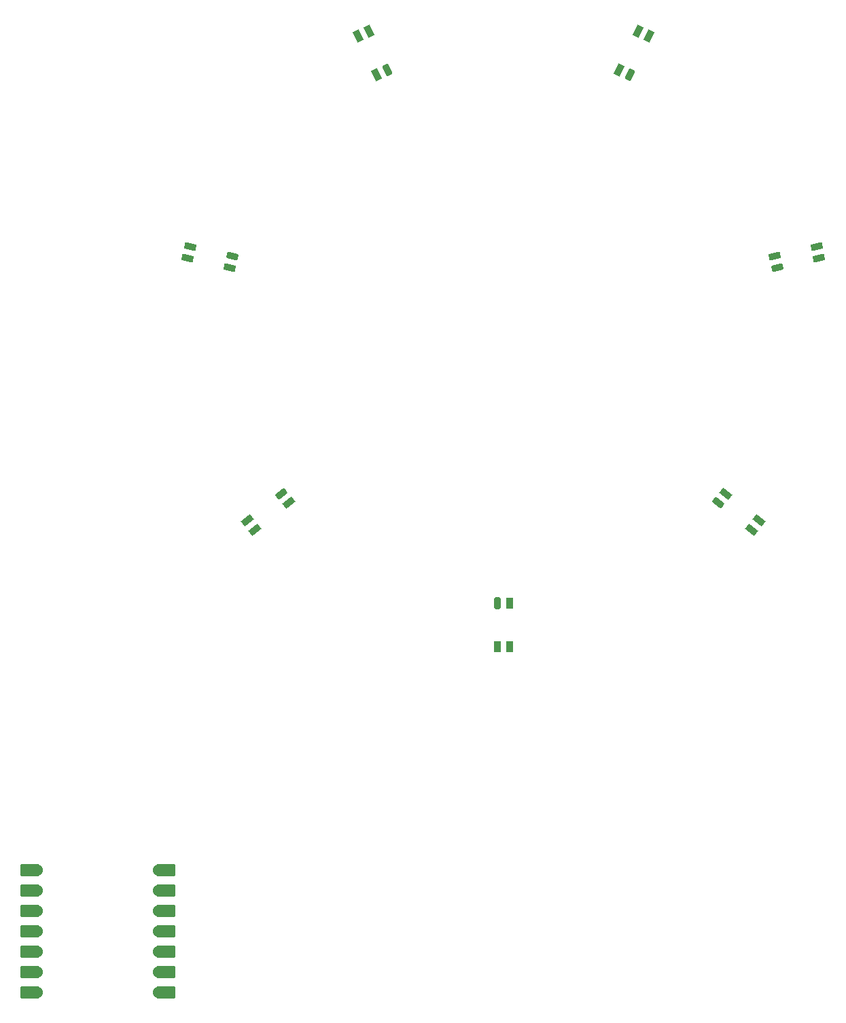
<source format=gbr>
%TF.GenerationSoftware,KiCad,Pcbnew,9.0.1*%
%TF.CreationDate,2025-06-13T20:33:13-06:00*%
%TF.ProjectId,AuraCTRL PCB,41757261-4354-4524-9c20-5043422e6b69,rev?*%
%TF.SameCoordinates,Original*%
%TF.FileFunction,Soldermask,Top*%
%TF.FilePolarity,Negative*%
%FSLAX46Y46*%
G04 Gerber Fmt 4.6, Leading zero omitted, Abs format (unit mm)*
G04 Created by KiCad (PCBNEW 9.0.1) date 2025-06-13 20:33:13*
%MOMM*%
%LPD*%
G01*
G04 APERTURE LIST*
G04 Aperture macros list*
%AMRoundRect*
0 Rectangle with rounded corners*
0 $1 Rounding radius*
0 $2 $3 $4 $5 $6 $7 $8 $9 X,Y pos of 4 corners*
0 Add a 4 corners polygon primitive as box body*
4,1,4,$2,$3,$4,$5,$6,$7,$8,$9,$2,$3,0*
0 Add four circle primitives for the rounded corners*
1,1,$1+$1,$2,$3*
1,1,$1+$1,$4,$5*
1,1,$1+$1,$6,$7*
1,1,$1+$1,$8,$9*
0 Add four rect primitives between the rounded corners*
20,1,$1+$1,$2,$3,$4,$5,0*
20,1,$1+$1,$4,$5,$6,$7,0*
20,1,$1+$1,$6,$7,$8,$9,0*
20,1,$1+$1,$8,$9,$2,$3,0*%
%AMRotRect*
0 Rectangle, with rotation*
0 The origin of the aperture is its center*
0 $1 length*
0 $2 width*
0 $3 Rotation angle, in degrees counterclockwise*
0 Add horizontal line*
21,1,$1,$2,0,0,$3*%
G04 Aperture macros list end*
%ADD10RotRect,1.450000X0.820000X244.285800*%
%ADD11RoundRect,0.205000X0.040920X0.557450X-0.410318X-0.379558X-0.040920X-0.557450X0.410318X0.379558X0*%
%ADD12RotRect,1.450000X0.820000X192.857200*%
%ADD13RoundRect,0.205000X0.461345X0.315572X-0.552579X0.084149X-0.461345X-0.315572X0.552579X-0.084149X0*%
%ADD14R,0.820000X1.450000*%
%ADD15RoundRect,0.205000X0.205000X-0.520000X0.205000X0.520000X-0.205000X0.520000X-0.205000X-0.520000X0*%
%ADD16RoundRect,0.152400X1.063600X0.609600X-1.063600X0.609600X-1.063600X-0.609600X1.063600X-0.609600X0*%
%ADD17C,1.524000*%
%ADD18RoundRect,0.152400X-1.063600X-0.609600X1.063600X-0.609600X1.063600X0.609600X-1.063600X0.609600X0*%
%ADD19RotRect,1.450000X0.820000X295.714400*%
%ADD20RoundRect,0.205000X-0.410319X0.379557X0.040922X-0.557450X0.410319X-0.379557X-0.040922X0.557450X0*%
%ADD21RotRect,1.450000X0.820000X141.428600*%
%ADD22RoundRect,0.205000X0.534368X-0.163939X-0.278737X0.484490X-0.534368X0.163939X0.278737X-0.484490X0*%
%ADD23RotRect,1.450000X0.820000X347.143000*%
%ADD24RoundRect,0.205000X-0.552579X-0.084151X0.461347X-0.315570X0.552579X0.084151X-0.461347X0.315570X0*%
%ADD25RotRect,1.450000X0.820000X38.571600*%
%ADD26RoundRect,0.205000X-0.278736X-0.484491X0.534367X0.163941X0.278736X0.484491X-0.534367X-0.163941X0*%
G04 APERTURE END LIST*
D10*
%TO.C,D6*%
X166834227Y-48298326D03*
D11*
X168185682Y-48949148D03*
D10*
X170506953Y-44128960D03*
X169155498Y-43478138D03*
%TD*%
D12*
%TO.C,D5*%
X191400828Y-70328987D03*
X191734611Y-71791379D03*
D13*
X186518748Y-72981871D03*
D12*
X186184965Y-71519479D03*
%TD*%
D14*
%TO.C,D3*%
X153150000Y-120175000D03*
X151650000Y-120175000D03*
D15*
X151650000Y-114825000D03*
D14*
X153150000Y-114825000D03*
%TD*%
D16*
%TO.C,U1*%
X93399000Y-148082000D03*
D17*
X94234000Y-148082000D03*
D16*
X93399000Y-150622000D03*
D17*
X94234000Y-150622000D03*
D16*
X93399000Y-153162000D03*
D17*
X94234000Y-153162000D03*
D16*
X93399000Y-155702000D03*
D17*
X94234000Y-155702000D03*
D16*
X93399000Y-158242000D03*
D17*
X94234000Y-158242000D03*
D16*
X93399000Y-160782000D03*
D17*
X94234000Y-160782000D03*
D16*
X93399000Y-163322000D03*
D17*
X94234000Y-163322000D03*
X109474000Y-163322000D03*
D18*
X110309000Y-163322000D03*
D17*
X109474000Y-160782000D03*
D18*
X110309000Y-160782000D03*
D17*
X109474000Y-158242000D03*
D18*
X110309000Y-158242000D03*
D17*
X109474000Y-155702000D03*
D18*
X110309000Y-155702000D03*
D17*
X109474000Y-153162000D03*
D18*
X110309000Y-153162000D03*
D17*
X109474000Y-150622000D03*
D18*
X110309000Y-150622000D03*
D17*
X109474000Y-148082000D03*
D18*
X110309000Y-148082000D03*
%TD*%
D19*
%TO.C,D7*%
X134292922Y-44129025D03*
X135644374Y-43478196D03*
D20*
X137965662Y-48298375D03*
D19*
X136614210Y-48949204D03*
%TD*%
D21*
%TO.C,D4*%
X184277709Y-104462313D03*
X183342475Y-105635061D03*
D22*
X179159675Y-102299393D03*
D21*
X180094909Y-101126645D03*
%TD*%
D23*
%TO.C,D8*%
X113065358Y-71791515D03*
X113399137Y-70329123D03*
D24*
X118615006Y-71519597D03*
D23*
X118281227Y-72981989D03*
%TD*%
D25*
%TO.C,D2*%
X121457614Y-105635169D03*
X120522376Y-104462424D03*
D26*
X124705164Y-101126741D03*
D25*
X125640402Y-102299486D03*
%TD*%
M02*

</source>
